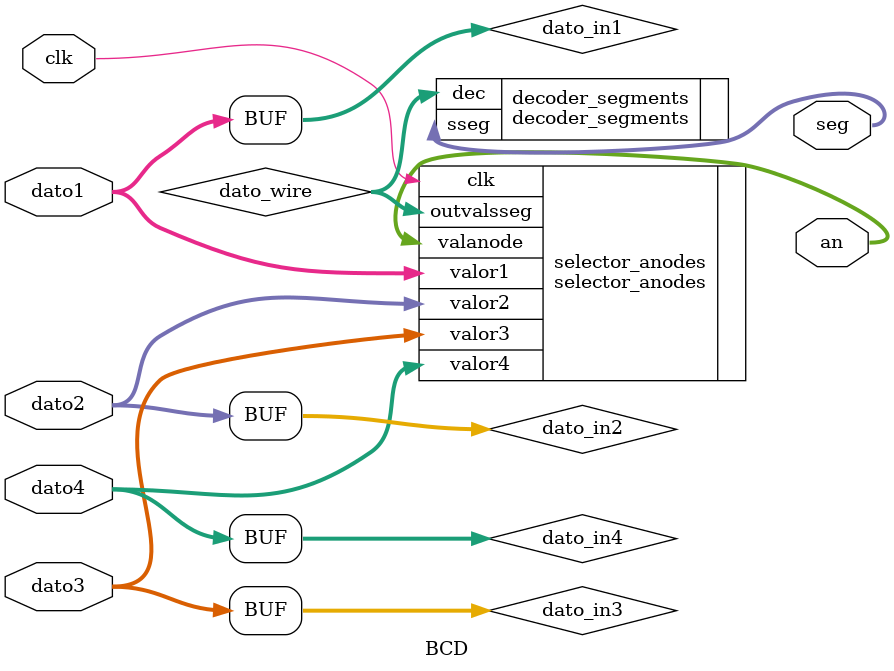
<source format=v>
`timescale 1ns / 1ps

module BCD(
		input clk,		
		input [3:0] dato1,
		input [3:0] dato2,
		input [3:0] dato3,
		input [3:0] dato4,
		output [6:0] seg,
		output [3:0] an
);

wire [3:0] dato_wire;
wire [3:0] dato_in1;
wire [3:0] dato_in2;
wire [3:0] dato_in3;
wire [3:0] dato_in4;

decoder_segments decoder_segments
	(
	.sseg(seg),
	.dec(dato_wire)
	);

selector_anodes selector_anodes
	(
	.clk(clk),
	.valor1(dato_in1),
	.valor2(dato_in2),
	.valor3(dato_in3),
	.valor4(dato_in4),
	.valanode(an),
	.outvalsseg(dato_wire)
	);

assign dato_in1 = dato1;
assign dato_in2 = dato2;
assign dato_in3 = dato3;
assign dato_in4 = dato4;

endmodule

</source>
